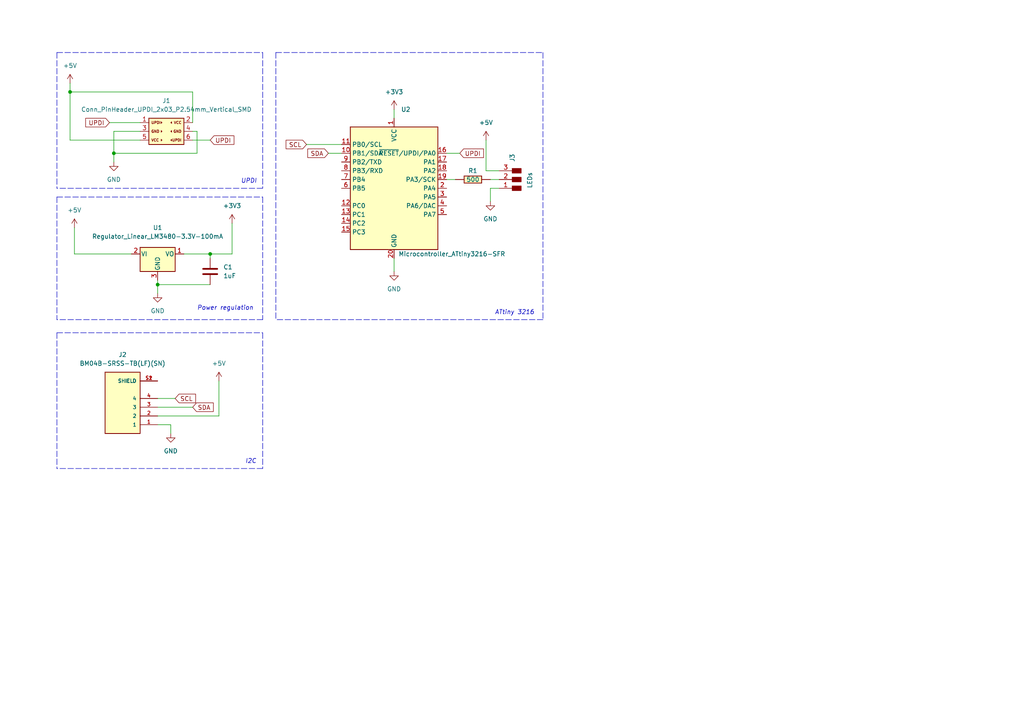
<source format=kicad_sch>
(kicad_sch (version 20211123) (generator eeschema)
  (paper "A4")
  (lib_symbols
    (symbol "BM04B-SRSS-TB_LF__SN_:BM04B-SRSS-TB(LF)(SN)" (pin_names (offset 1.016))
      (property "Reference" "J" (at -5.08 10.795 0))
      (property "Value" "BM04B-SRSS-TB(LF)(SN)" (at -5.08 -10.16 0))
      (symbol "BM04B-SRSS-TB(LF)(SN)_0_0"
        (rectangle (start -5.08 -7.62) (end 5.08 10.16) (stroke (width 0.254)) (fill (type background)))
        (pin passive line (at -10.16 7.62 0) (length 5.08) (name "1") (number "1"))
        (pin passive line (at -10.16 5.08 0) (length 5.08) (name "2") (number "2"))
        (pin passive line (at -10.16 2.54 0) (length 5.08) (name "3") (number "3"))
        (pin passive line (at -10.16 0 0) (length 5.08) (name "4") (number "4"))
        (pin passive line (at -10.16 -5.08 0) (length 5.08) (name "SHIELD") (number "S1"))
        (pin passive line (at -10.16 -5.08 0) (length 5.08) (name "SHIELD") (number "S2"))
      )
    )
    (symbol "fab:C" (pin_numbers hide) (pin_names (offset 0.254))
      (property "Reference" "C" (at 0.635 2.54 0))
      (property "Value" "C" (at 0.635 -2.54 0))
      (symbol "C_0_1"
        (polyline (pts (xy -2.032 -0.762) (xy 2.032 -0.762)) (stroke (width 0.508)))
        (polyline (pts (xy -2.032 0.762) (xy 2.032 0.762)) (stroke (width 0.508)))
      )
      (symbol "C_1_1"
        (pin passive line (at 0 3.81 270) (length 2.794) (name "~") (number "1"))
        (pin passive line (at 0 -3.81 90) (length 2.794) (name "~") (number "2"))
      )
    )
    (symbol "fab:Conn_PinHeader_1x03_P2.54mm_Horizontal_SMD" (pin_names hide)
      (property "Reference" "J" (at 0 5.08 0))
      (property "Value" "Conn_PinHeader_1x03_P2.54mm_Horizontal_SMD" (at 0 -5.08 0))
      (symbol "Conn_PinHeader_1x03_P2.54mm_Horizontal_SMD_1_1"
        (rectangle (start -1.27 -1.905) (end 1.27 -3.175) (stroke (width 0.254)) (fill (type outline)))
        (rectangle (start -1.27 0.635) (end 1.27 -0.635) (stroke (width 0.254)) (fill (type outline)))
        (rectangle (start -1.27 3.175) (end 1.27 1.905) (stroke (width 0.254)) (fill (type outline)))
        (pin passive line (at 5.08 2.54 180) (length 3.81) (name "Pin_1") (number "1"))
        (pin passive line (at 5.08 0 180) (length 3.81) (name "Pin_2") (number "2"))
        (pin passive line (at 5.08 -2.54 180) (length 3.81) (name "Pin_3") (number "3"))
      )
    )
    (symbol "fab:Conn_PinHeader_UPDI_2x03_P2.54mm_Vertical_SMD"
      (property "Reference" "J" (at 0 5.08 0))
      (property "Value" "Conn_PinHeader_UPDI_2x03_P2.54mm_Vertical_SMD" (at 0 -5.08 0))
      (symbol "Conn_PinHeader_UPDI_2x03_P2.54mm_Vertical_SMD_0_0"
        (rectangle (start -5.08 3.81) (end 5.08 -3.81) (stroke (width 0.254)) (fill (type background)))
        (polyline (pts (xy -1.27 -2.54) (xy -1.524 -2.794) (xy -1.524 -2.286) (xy -1.27 -2.54)) (fill (type outline)))
        (polyline (pts (xy -1.27 0) (xy -1.524 -0.254) (xy -1.524 0.254) (xy -1.27 0)) (fill (type outline)))
        (polyline (pts (xy -1.27 2.54) (xy -1.524 2.286) (xy -1.524 2.794) (xy -1.27 2.54)) (fill (type outline)))
        (polyline (pts (xy 1.27 -2.54) (xy 1.524 -2.286) (xy 1.524 -2.794) (xy 1.27 -2.54)) (fill (type outline)))
        (polyline (pts (xy 1.27 0) (xy 1.524 0.254) (xy 1.524 -0.254) (xy 1.27 0)) (fill (type outline)))
        (polyline (pts (xy 1.27 2.54) (xy 1.524 2.794) (xy 1.524 2.286) (xy 1.27 2.54)) (fill (type outline)))
        (text "GND" (at -4.445 0 0) (effects (font (size 0.75 0.75)) (justify left)))
        (text "GND" (at 4.445 0 0) (effects (font (size 0.75 0.75)) (justify right)))
        (text "UPDI" (at -4.445 2.54 0) (effects (font (size 0.75 0.75)) (justify left)))
        (text "UPDI" (at 4.445 -2.54 0) (effects (font (size 0.75 0.75)) (justify right)))
        (text "VCC" (at -4.445 -2.54 0) (effects (font (size 0.75 0.75)) (justify left)))
        (text "VCC" (at 4.445 2.54 0) (effects (font (size 0.75 0.75)) (justify right)))
      )
      (symbol "Conn_PinHeader_UPDI_2x03_P2.54mm_Vertical_SMD_1_1"
        (pin passive line (at -7.62 2.54 0) (length 2.54) (name "") (number "1"))
        (pin passive line (at 7.62 2.54 180) (length 2.54) (name "") (number "2"))
        (pin passive line (at -7.62 0 0) (length 2.54) (name "") (number "3"))
        (pin passive line (at 7.62 0 180) (length 2.54) (name "") (number "4"))
        (pin passive line (at -7.62 -2.54 0) (length 2.54) (name "") (number "5"))
        (pin passive line (at 7.62 -2.54 180) (length 2.54) (name "") (number "6"))
      )
    )
    (symbol "fab:Microcontroller_ATtiny3216-SFR"
      (property "Reference" "U" (at -12.7 20.32 0))
      (property "Value" "Microcontroller_ATtiny3216-SFR" (at 2.54 20.32 0))
      (symbol "Microcontroller_ATtiny3216-SFR_0_1"
        (rectangle (start -12.7 -17.78) (end 12.7 17.78) (stroke (width 0.254)) (fill (type background)))
      )
      (symbol "Microcontroller_ATtiny3216-SFR_1_1"
        (pin power_in line (at 0 20.32 270) (length 2.54) (name "VCC") (number "1"))
        (pin bidirectional line (at -15.24 10.16 0) (length 2.54) (name "PB1/SDA") (number "10"))
        (pin bidirectional line (at -15.24 12.7 0) (length 2.54) (name "PB0/SCL") (number "11"))
        (pin bidirectional line (at -15.24 -5.08 0) (length 2.54) (name "PC0") (number "12"))
        (pin bidirectional line (at -15.24 -7.62 0) (length 2.54) (name "PC1") (number "13"))
        (pin bidirectional line (at -15.24 -10.16 0) (length 2.54) (name "PC2") (number "14"))
        (pin bidirectional line (at -15.24 -12.7 0) (length 2.54) (name "PC3") (number "15"))
        (pin bidirectional line (at 15.24 10.16 180) (length 2.54) (name "~{RESET}/UPDI/PA0") (number "16"))
        (pin bidirectional line (at 15.24 7.62 180) (length 2.54) (name "PA1") (number "17"))
        (pin bidirectional line (at 15.24 5.08 180) (length 2.54) (name "PA2") (number "18"))
        (pin bidirectional line (at 15.24 2.54 180) (length 2.54) (name "PA3/SCK") (number "19"))
        (pin bidirectional line (at 15.24 0 180) (length 2.54) (name "PA4") (number "2"))
        (pin power_in line (at 0 -20.32 90) (length 2.54) (name "GND") (number "20"))
        (pin bidirectional line (at 15.24 -2.54 180) (length 2.54) (name "PA5") (number "3"))
        (pin bidirectional line (at 15.24 -5.08 180) (length 2.54) (name "PA6/DAC") (number "4"))
        (pin bidirectional line (at 15.24 -7.62 180) (length 2.54) (name "PA7") (number "5"))
        (pin bidirectional line (at -15.24 0 0) (length 2.54) (name "PB5") (number "6"))
        (pin bidirectional line (at -15.24 2.54 0) (length 2.54) (name "PB4") (number "7"))
        (pin bidirectional line (at -15.24 5.08 0) (length 2.54) (name "PB3/RXD") (number "8"))
        (pin bidirectional line (at -15.24 7.62 0) (length 2.54) (name "PB2/TXD") (number "9"))
      )
    )
    (symbol "fab:R_1206" (pin_numbers hide) (pin_names (offset 0))
      (property "Reference" "R" (at 2.54 0 90))
      (property "Value" "R_1206" (at -2.54 0 90))
      (symbol "R_1206_0_1"
        (rectangle (start -1.016 -2.54) (end 1.016 2.54) (stroke (width 0.254)) (fill (type background)))
      )
      (symbol "R_1206_1_1"
        (pin passive line (at 0 5.08 270) (length 2.54) (name "~") (number "1"))
        (pin passive line (at 0 -5.08 90) (length 2.54) (name "~") (number "2"))
      )
    )
    (symbol "fab:Regulator_Linear_LM3480-3.3V-100mA" (pin_names (offset 0.254))
      (property "Reference" "U" (at -3.81 3.175 0))
      (property "Value" "Regulator_Linear_LM3480-3.3V-100mA" (at 0 3.175 0))
      (symbol "Regulator_Linear_LM3480-3.3V-100mA_0_1"
        (rectangle (start -5.08 1.905) (end 5.08 -5.08) (stroke (width 0.254)) (fill (type background)))
      )
      (symbol "Regulator_Linear_LM3480-3.3V-100mA_1_1"
        (pin power_out line (at 7.62 0 180) (length 2.54) (name "VO") (number "1"))
        (pin power_in line (at -7.62 0 0) (length 2.54) (name "VI") (number "2"))
        (pin power_in line (at 0 -7.62 90) (length 2.54) (name "GND") (number "3"))
      )
    )
    (symbol "power:+3.3V" (power) (pin_names (offset 0))
      (property "Value" "+3.3V" (at 0 3.556 0))
      (symbol "+3.3V_0_1"
        (polyline (pts (xy -0.762 1.27) (xy 0 2.54)))
        (polyline (pts (xy 0 0) (xy 0 2.54)))
        (polyline (pts (xy 0 2.54) (xy 0.762 1.27)))
      )
      (symbol "+3.3V_1_1"
        (pin power_in line (at 0 0 90) (length 0) hide (name "+3V3") (number "1"))
      )
    )
    (symbol "power:+3V3" (power) (pin_names (offset 0))
      (property "Value" "+3V3" (at 0 3.556 0))
      (symbol "+3V3_0_1"
        (polyline (pts (xy -0.762 1.27) (xy 0 2.54)))
        (polyline (pts (xy 0 0) (xy 0 2.54)))
        (polyline (pts (xy 0 2.54) (xy 0.762 1.27)))
      )
      (symbol "+3V3_1_1"
        (pin power_in line (at 0 0 90) (length 0) hide (name "+3V3") (number "1"))
      )
    )
    (symbol "power:+5V" (power) (pin_names (offset 0))
      (property "Value" "+5V" (at 0 3.556 0))
      (symbol "+5V_0_1"
        (polyline (pts (xy -0.762 1.27) (xy 0 2.54)))
        (polyline (pts (xy 0 0) (xy 0 2.54)))
        (polyline (pts (xy 0 2.54) (xy 0.762 1.27)))
      )
      (symbol "+5V_1_1"
        (pin power_in line (at 0 0 90) (length 0) hide (name "+5V") (number "1"))
      )
    )
    (symbol "power:GND" (power) (pin_names (offset 0))
      (property "Value" "GND" (at 0 -3.81 0))
      (symbol "GND_0_1"
        (polyline (pts (xy 0 0) (xy 0 -1.27) (xy 1.27 -1.27) (xy 0 -2.54) (xy -1.27 -1.27) (xy 0 -1.27)))
      )
      (symbol "GND_1_1"
        (pin power_in line (at 0 0 270) (length 0) hide (name "GND") (number "1"))
      )
    )
  )
  (junction (at 20.32 26.67))
  (junction (at 60.96 73.66))
  (junction (at 45.72 82.55))
  (junction (at 33.02 44.45))
  (wire (pts (xy 20.32 26.67) (xy 20.32 40.64)))
  (wire (pts (xy 33.02 44.45) (xy 33.02 38.1)))
  (wire (pts (xy 129.54 44.45) (xy 133.35 44.45)))
  (polyline (pts (xy 157.48 92.71) (xy 80.01 92.71)))
  (wire (pts (xy 49.53 123.19) (xy 49.53 125.73)))
  (polyline (pts (xy 16.51 57.15) (xy 76.2 57.15)))
  (wire (pts (xy 95.25 44.45) (xy 99.06 44.45)))
  (polyline (pts (xy 16.51 96.52) (xy 16.51 135.89)))
  (wire (pts (xy 21.59 66.04) (xy 21.59 73.66)))
  (polyline (pts (xy 157.48 15.24) (xy 157.48 92.71)))
  (wire (pts (xy 31.75 35.56) (xy 40.64 35.56)))
  (wire (pts (xy 114.3 31.75) (xy 114.3 34.29)))
  (wire (pts (xy 60.96 73.66) (xy 67.31 73.66)))
  (wire (pts (xy 88.9 41.91) (xy 99.06 41.91)))
  (wire (pts (xy 45.72 115.57) (xy 50.8 115.57)))
  (wire (pts (xy 33.02 38.1) (xy 40.64 38.1)))
  (wire (pts (xy 55.88 26.67) (xy 20.32 26.67)))
  (wire (pts (xy 57.15 38.1) (xy 57.15 44.45)))
  (polyline (pts (xy 76.2 96.52) (xy 76.2 135.89)))
  (wire (pts (xy 33.02 44.45) (xy 57.15 44.45)))
  (wire (pts (xy 142.24 54.61) (xy 144.78 54.61)))
  (wire (pts (xy 140.97 49.53) (xy 144.78 49.53)))
  (wire (pts (xy 45.72 123.19) (xy 49.53 123.19)))
  (wire (pts (xy 45.72 118.11) (xy 55.88 118.11)))
  (wire (pts (xy 45.72 82.55) (xy 60.96 82.55)))
  (polyline (pts (xy 76.2 135.89) (xy 16.51 135.89)))
  (wire (pts (xy 114.3 74.93) (xy 114.3 78.74)))
  (wire (pts (xy 40.64 40.64) (xy 20.32 40.64)))
  (wire (pts (xy 45.72 120.65) (xy 63.5 120.65)))
  (polyline (pts (xy 76.2 57.15) (xy 76.2 92.71)))
  (wire (pts (xy 20.32 24.13) (xy 20.32 26.67)))
  (wire (pts (xy 129.54 52.07) (xy 132.08 52.07)))
  (wire (pts (xy 60.96 73.66) (xy 60.96 74.93)))
  (wire (pts (xy 67.31 73.66) (xy 67.31 64.77)))
  (wire (pts (xy 33.02 46.99) (xy 33.02 44.45)))
  (wire (pts (xy 45.72 81.28) (xy 45.72 82.55)))
  (polyline (pts (xy 16.51 15.24) (xy 76.2 15.24)))
  (polyline (pts (xy 16.51 15.24) (xy 16.51 54.61)))
  (polyline (pts (xy 80.01 15.24) (xy 80.01 92.71)))
  (wire (pts (xy 55.88 35.56) (xy 55.88 26.67)))
  (wire (pts (xy 57.15 38.1) (xy 55.88 38.1)))
  (wire (pts (xy 53.34 73.66) (xy 60.96 73.66)))
  (wire (pts (xy 55.88 40.64) (xy 60.96 40.64)))
  (wire (pts (xy 21.59 73.66) (xy 38.1 73.66)))
  (wire (pts (xy 45.72 82.55) (xy 45.72 85.09)))
  (polyline (pts (xy 16.51 96.52) (xy 76.2 96.52)))
  (polyline (pts (xy 76.2 54.61) (xy 16.51 54.61)))
  (polyline (pts (xy 76.2 15.24) (xy 76.2 54.61)))
  (polyline (pts (xy 76.2 92.71) (xy 16.51 92.71)))
  (wire (pts (xy 140.97 40.64) (xy 140.97 49.53)))
  (polyline (pts (xy 16.51 57.15) (xy 16.51 92.71)))
  (polyline (pts (xy 80.01 15.24) (xy 157.48 15.24)))
  (wire (pts (xy 142.24 58.42) (xy 142.24 54.61)))
  (wire (pts (xy 142.24 52.07) (xy 144.78 52.07)))
  (wire (pts (xy 63.5 120.65) (xy 63.5 110.49)))
  (text "ATtiny 3216" (at 143.51 91.44 0) (effects (font (size 1.27 1.27) italic) (justify left bottom)))
  (text "Power regulation" (at 57.15 90.17 0) (effects (font (size 1.27 1.27) italic) (justify left bottom)))
  (text "UPDI" (at 69.85 53.34 0) (effects (font (size 1.27 1.27) italic) (justify left bottom)))
  (text "I2C" (at 71.12 134.62 0) (effects (font (size 1.27 1.27) italic) (justify left bottom)))
  (global_label "UPDI" (shape input) (at 31.75 35.56 180) (property "Intersheet References" "${INTERSHEET_REFS}" (effects hide)))
  (global_label "UPDI" (shape input) (at 60.96 40.64 0) (property "Intersheet References" "${INTERSHEET_REFS}" (effects hide)))
  (global_label "SDA" (shape input) (at 95.25 44.45 180) (property "Intersheet References" "${INTERSHEET_REFS}" (effects hide)))
  (global_label "SDA" (shape input) (at 55.88 118.11 0) (property "Intersheet References" "${INTERSHEET_REFS}" (effects hide)))
  (global_label "SCL" (shape input) (at 50.8 115.57 0) (property "Intersheet References" "${INTERSHEET_REFS}" (effects hide)))
  (global_label "SCL" (shape input) (at 88.9 41.91 180) (property "Intersheet References" "${INTERSHEET_REFS}" (effects hide)))
  (global_label "UPDI" (shape input) (at 133.35 44.45 0) (property "Intersheet References" "${INTERSHEET_REFS}" (effects hide)))
  (symbol (lib_id "power:GND") (at 142.24 58.42 0) (unit 1)
    (property "Reference" "#PWR0104" (effects hide))
    (property "Value" "GND" (at 142.24 63.5 0))
  )
  (symbol (lib_id "power:GND") (at 49.53 125.73 0) (unit 1)
    (property "Reference" "#PWR0101" (effects hide))
    (property "Value" "GND" (at 49.53 130.81 0))
  )
  (symbol (lib_id "power:GND") (at 33.02 46.99 0) (unit 1)
    (property "Reference" "#PWR0110" (effects hide))
    (property "Value" "GND" (at 33.02 52.07 0))
  )
  (symbol (lib_id "fab:Conn_PinHeader_UPDI_2x03_P2.54mm_Vertical_SMD") (at 48.26 38.1 0) (unit 1)
    (property "Reference" "J1" (at 48.26 29.21 0))
    (property "Value" "Conn_PinHeader_UPDI_2x03_P2.54mm_Vertical_SMD" (at 48.26 31.75 0))
    (property "Footprint" "fab:PinHeader_2x03_P2.54mm_Vertical_SMD" (effects hide))
    (property "Datasheet" "https://cdn.amphenol-icc.com/media/wysiwyg/files/drawing/95278.pdf" (effects hide))
  )
  (symbol (lib_id "fab:C") (at 60.96 78.74 180) (unit 1)
    (property "Reference" "C1" (at 64.77 77.4699 0) (effects (justify right)))
    (property "Value" "1uF" (at 64.77 80.0099 0) (effects (justify right)))
    (property "Footprint" "fab:C_1206" (effects hide))
  )
  (symbol (lib_id "fab:Conn_PinHeader_1x03_P2.54mm_Horizontal_SMD") (at 149.86 52.07 180) (unit 1)
    (property "Reference" "J3" (at 148.5899 46.99 90) (effects (justify right)))
    (property "Value" "LEDs" (at 153.67 54.61 90) (effects (justify right)))
    (property "Footprint" "fab:PinHeader_1x03_P2.54mm_Horizontal_SMD" (effects hide))
  )
  (symbol (lib_id "power:+5V") (at 21.59 66.04 0) (unit 1)
    (property "Reference" "#PWR0109" (effects hide))
    (property "Value" "+5V" (at 21.59 60.96 0))
  )
  (symbol (lib_id "power:+5V") (at 63.5 110.49 0) (unit 1)
    (property "Reference" "#PWR0102" (effects hide))
    (property "Value" "+5V" (at 63.5 105.41 0))
  )
  (symbol (lib_id "power:+5V") (at 140.97 40.64 0) (unit 1)
    (property "Reference" "#PWR0106" (effects hide))
    (property "Value" "+5V" (at 140.97 35.56 0))
  )
  (symbol (lib_id "power:GND") (at 45.72 85.09 0) (unit 1)
    (property "Reference" "#PWR0108" (effects hide))
    (property "Value" "GND" (at 45.72 90.17 0))
  )
  (symbol (lib_id "power:+3.3V") (at 67.31 64.77 0) (unit 1)
    (property "Reference" "#PWR0111" (effects hide))
    (property "Value" "+3.3V" (at 67.31 59.69 0))
  )
  (symbol (lib_id "fab:Regulator_Linear_LM3480-3.3V-100mA") (at 45.72 73.66 0) (unit 1)
    (property "Reference" "U1" (at 45.72 66.04 0))
    (property "Value" "Regulator_Linear_LM3480-3.3V-100mA" (at 45.72 68.58 0))
    (property "Footprint" "fab:SOT-23_AP7381-33SA-7" (effects hide))
    (property "Datasheet" "https://www.ti.com/lit/ds/symlink/lm3480.pdf" (effects hide))
  )
  (symbol (lib_id "power:GND") (at 114.3 78.74 0) (unit 1)
    (property "Reference" "#PWR0103" (effects hide))
    (property "Value" "GND" (at 114.3 83.82 0))
  )
  (symbol (lib_id "BM04B-SRSS-TB_LF__SN_:BM04B-SRSS-TB(LF)(SN)") (at 35.56 115.57 180) (unit 1)
    (property "Reference" "J2" (at 35.56 102.87 0))
    (property "Value" "BM04B-SRSS-TB(LF)(SN)" (at 35.56 105.41 0))
    (property "Footprint" "CONN_BM04B-SRSS-TB(LF)(SN)" (effects hide))
    (property "MANUFACTURER" "JST" (effects hide))
    (property "PARTREV" "N/A" (effects hide))
    (property "STANDARD" "Manufacturer Recommendations" (effects hide))
  )
  (symbol (lib_id "power:+3V3") (at 114.3 31.75 0) (unit 1)
    (property "Reference" "#PWR0105" (effects hide))
    (property "Value" "+3V3" (at 114.3 26.67 0))
  )
  (symbol (lib_id "power:+5V") (at 20.32 24.13 0) (unit 1)
    (property "Reference" "#PWR0107" (effects hide))
    (property "Value" "+5V" (at 20.32 19.05 0))
  )
  (symbol (lib_id "fab:R_1206") (at 137.16 52.07 270) (unit 1)
    (property "Reference" "R1" (at 137.16 49.53 90))
    (property "Value" "500" (at 137.16 52.07 90))
    (property "Footprint" "fab:R_1206" (effects hide))
  )
  (symbol (lib_id "fab:Microcontroller_ATtiny3216-SFR") (at 114.3 54.61 0) (unit 1)
    (property "Reference" "U2" (at 116.3194 31.75 0) (effects (justify left)))
    (property "Value" "Microcontroller_ATtiny3216-SFR" (at 115.57 73.66 0) (effects (justify left)))
    (property "Footprint" "fab:SOIC-20_7.5x12.8mm_P1.27mm" (effects hide))
    (property "Datasheet" "http://ww1.microchip.com/downloads/en/DeviceDoc/ATtiny3216_ATtiny1616-data-sheet-40001997B.pdf" (effects hide))
  )
)
</source>
